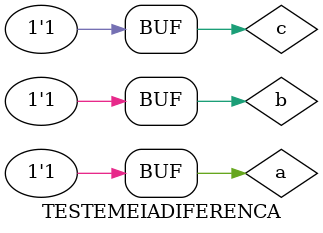
<source format=v>
 module MEIADIFERENCA(temp1,carry,a,b);
	input a, b;
	output carry,temp1;
		
  xor XOR1(temp1,a,b);
  not NOT1(temp2,a);
  and AND1(carry,temp2,b);
  
   endmodule
	
	
	module TESTEMEIADIFERENCA;

	reg a,b,c;
	wire diferenca,carry,temp1,carry2,sinal;

	MEIADIFERENCA MEIADIFERENCA1 (temp1,carry,a,b);
	MEIADIFERENCA MEIADIFERENCA2(diferenca,carry2,temp1,c);
	or OR1(sinal,carry2,carry);

	initial begin
		a = 0;b = 0;c=0;
	end

	initial begin

		#1 $display (" Larissa Fernandes Leijoto - 410476 ");
		#1 $display (" a | b | c | Sinal  | Diferenca ");
		$monitor (" %b | %b | %b |   %b    |  %b", a,b,c,sinal,diferenca);
		#1 a = 0;b = 0;c=1;
		#1 a = 0;b = 1;c=0;
		#1 a = 0;b = 1;c=1;
		#1 a = 1;b = 0;c=0;
		#1 a = 1;b = 0;c=1;
		#1 a = 1;b = 1;c=0;
		#1 a = 1;b = 1;c=1;


	end	
     endmodule

	
</source>
